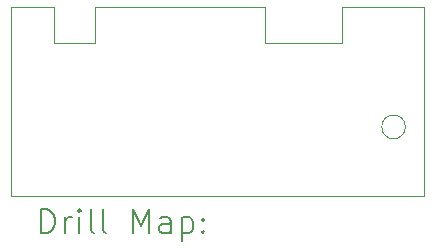
<source format=gbr>
%TF.GenerationSoftware,KiCad,Pcbnew,7.0.7*%
%TF.CreationDate,2024-04-09T12:20:53-07:00*%
%TF.ProjectId,Side A,53696465-2041-42e6-9b69-6361645f7063,rev?*%
%TF.SameCoordinates,Original*%
%TF.FileFunction,Drillmap*%
%TF.FilePolarity,Positive*%
%FSLAX45Y45*%
G04 Gerber Fmt 4.5, Leading zero omitted, Abs format (unit mm)*
G04 Created by KiCad (PCBNEW 7.0.7) date 2024-04-09 12:20:53*
%MOMM*%
%LPD*%
G01*
G04 APERTURE LIST*
%ADD10C,0.100000*%
%ADD11C,0.200000*%
G04 APERTURE END LIST*
D10*
X12140360Y-10966431D02*
X12140360Y-11270000D01*
X11790360Y-11270000D02*
X11790360Y-10966431D01*
X11790360Y-10966431D02*
X11425360Y-10966431D01*
X14225070Y-10966431D02*
X14225070Y-11270000D01*
X13573660Y-10966431D02*
X12140360Y-10966431D01*
X14225070Y-11270000D02*
X13573660Y-11270000D01*
X11425360Y-10966431D02*
X11425360Y-12566431D01*
X11425360Y-12566431D02*
X14925360Y-12566431D01*
X14764497Y-11984524D02*
G75*
G03*
X14764497Y-11984524I-100000J0D01*
G01*
X14925360Y-10966431D02*
X14225070Y-10966431D01*
X12140360Y-11270000D02*
X11790360Y-11270000D01*
X14925360Y-12566431D02*
X14925360Y-10966431D01*
X13573660Y-11270000D02*
X13573660Y-10966431D01*
D11*
X11681137Y-12882915D02*
X11681137Y-12682915D01*
X11681137Y-12682915D02*
X11728756Y-12682915D01*
X11728756Y-12682915D02*
X11757328Y-12692438D01*
X11757328Y-12692438D02*
X11776375Y-12711486D01*
X11776375Y-12711486D02*
X11785899Y-12730534D01*
X11785899Y-12730534D02*
X11795423Y-12768629D01*
X11795423Y-12768629D02*
X11795423Y-12797200D01*
X11795423Y-12797200D02*
X11785899Y-12835295D01*
X11785899Y-12835295D02*
X11776375Y-12854343D01*
X11776375Y-12854343D02*
X11757328Y-12873391D01*
X11757328Y-12873391D02*
X11728756Y-12882915D01*
X11728756Y-12882915D02*
X11681137Y-12882915D01*
X11881137Y-12882915D02*
X11881137Y-12749581D01*
X11881137Y-12787676D02*
X11890661Y-12768629D01*
X11890661Y-12768629D02*
X11900185Y-12759105D01*
X11900185Y-12759105D02*
X11919232Y-12749581D01*
X11919232Y-12749581D02*
X11938280Y-12749581D01*
X12004947Y-12882915D02*
X12004947Y-12749581D01*
X12004947Y-12682915D02*
X11995423Y-12692438D01*
X11995423Y-12692438D02*
X12004947Y-12701962D01*
X12004947Y-12701962D02*
X12014470Y-12692438D01*
X12014470Y-12692438D02*
X12004947Y-12682915D01*
X12004947Y-12682915D02*
X12004947Y-12701962D01*
X12128756Y-12882915D02*
X12109708Y-12873391D01*
X12109708Y-12873391D02*
X12100185Y-12854343D01*
X12100185Y-12854343D02*
X12100185Y-12682915D01*
X12233518Y-12882915D02*
X12214470Y-12873391D01*
X12214470Y-12873391D02*
X12204947Y-12854343D01*
X12204947Y-12854343D02*
X12204947Y-12682915D01*
X12462089Y-12882915D02*
X12462089Y-12682915D01*
X12462089Y-12682915D02*
X12528756Y-12825772D01*
X12528756Y-12825772D02*
X12595423Y-12682915D01*
X12595423Y-12682915D02*
X12595423Y-12882915D01*
X12776375Y-12882915D02*
X12776375Y-12778153D01*
X12776375Y-12778153D02*
X12766851Y-12759105D01*
X12766851Y-12759105D02*
X12747804Y-12749581D01*
X12747804Y-12749581D02*
X12709708Y-12749581D01*
X12709708Y-12749581D02*
X12690661Y-12759105D01*
X12776375Y-12873391D02*
X12757328Y-12882915D01*
X12757328Y-12882915D02*
X12709708Y-12882915D01*
X12709708Y-12882915D02*
X12690661Y-12873391D01*
X12690661Y-12873391D02*
X12681137Y-12854343D01*
X12681137Y-12854343D02*
X12681137Y-12835295D01*
X12681137Y-12835295D02*
X12690661Y-12816248D01*
X12690661Y-12816248D02*
X12709708Y-12806724D01*
X12709708Y-12806724D02*
X12757328Y-12806724D01*
X12757328Y-12806724D02*
X12776375Y-12797200D01*
X12871613Y-12749581D02*
X12871613Y-12949581D01*
X12871613Y-12759105D02*
X12890661Y-12749581D01*
X12890661Y-12749581D02*
X12928756Y-12749581D01*
X12928756Y-12749581D02*
X12947804Y-12759105D01*
X12947804Y-12759105D02*
X12957328Y-12768629D01*
X12957328Y-12768629D02*
X12966851Y-12787676D01*
X12966851Y-12787676D02*
X12966851Y-12844819D01*
X12966851Y-12844819D02*
X12957328Y-12863867D01*
X12957328Y-12863867D02*
X12947804Y-12873391D01*
X12947804Y-12873391D02*
X12928756Y-12882915D01*
X12928756Y-12882915D02*
X12890661Y-12882915D01*
X12890661Y-12882915D02*
X12871613Y-12873391D01*
X13052566Y-12863867D02*
X13062089Y-12873391D01*
X13062089Y-12873391D02*
X13052566Y-12882915D01*
X13052566Y-12882915D02*
X13043042Y-12873391D01*
X13043042Y-12873391D02*
X13052566Y-12863867D01*
X13052566Y-12863867D02*
X13052566Y-12882915D01*
X13052566Y-12759105D02*
X13062089Y-12768629D01*
X13062089Y-12768629D02*
X13052566Y-12778153D01*
X13052566Y-12778153D02*
X13043042Y-12768629D01*
X13043042Y-12768629D02*
X13052566Y-12759105D01*
X13052566Y-12759105D02*
X13052566Y-12778153D01*
M02*

</source>
